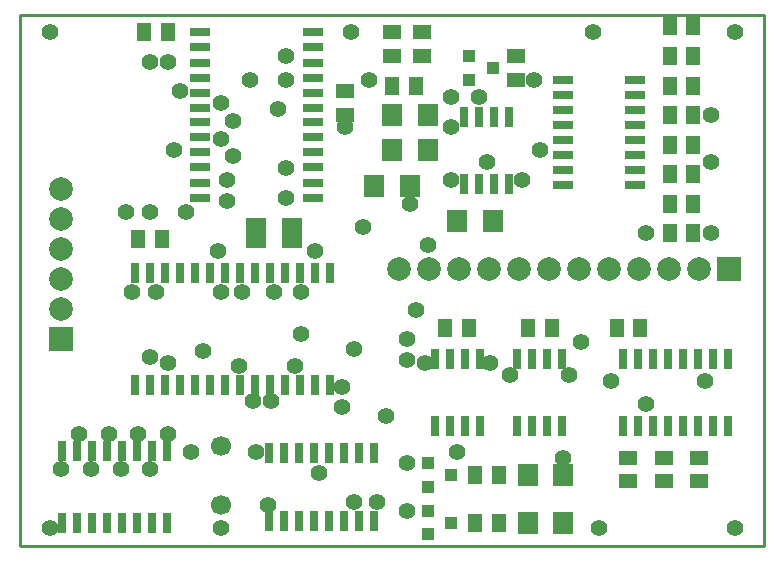
<source format=gts>
G04 Layer_Color=8388736*
%FSLAX42Y42*%
%MOMM*%
G71*
G01*
G75*
%ADD21C,0.25*%
%ADD27R,1.20X1.60*%
%ADD28R,1.80X2.60*%
%ADD29R,0.80X1.70*%
%ADD30R,1.60X1.20*%
%ADD31R,1.70X1.90*%
%ADD32R,1.00X1.00*%
%ADD33R,1.70X0.80*%
%ADD34R,2.00X2.00*%
%ADD35C,2.00*%
%ADD36C,1.70*%
%ADD37R,2.00X2.00*%
%ADD38C,1.40*%
D21*
X0Y0D02*
Y4500D01*
X6300D01*
Y0D02*
Y4500D01*
X0Y0D02*
X6300D01*
D27*
X1000Y2600D02*
D03*
X1200D02*
D03*
X5500Y4400D02*
D03*
X5700D02*
D03*
X5500Y4150D02*
D03*
X5700D02*
D03*
X5500Y3900D02*
D03*
X5700D02*
D03*
X5500Y3650D02*
D03*
X5700D02*
D03*
X5500Y2650D02*
D03*
X5700D02*
D03*
X5500Y2900D02*
D03*
X5700D02*
D03*
X5500Y3400D02*
D03*
X5700D02*
D03*
X5500Y3150D02*
D03*
X5700D02*
D03*
X4050Y200D02*
D03*
X3850D02*
D03*
X4050Y600D02*
D03*
X3850D02*
D03*
X3600Y1850D02*
D03*
X3800D02*
D03*
X4300D02*
D03*
X4500D02*
D03*
X5250D02*
D03*
X5050D02*
D03*
X3350Y3900D02*
D03*
X3150D02*
D03*
X1050Y4350D02*
D03*
X1250D02*
D03*
D28*
X2300Y2650D02*
D03*
X2000D02*
D03*
D29*
X2106Y214D02*
D03*
Y786D02*
D03*
X2994Y214D02*
D03*
X2867D02*
D03*
X2741D02*
D03*
X2614D02*
D03*
X2486D02*
D03*
X2359D02*
D03*
X2233D02*
D03*
Y786D02*
D03*
X2359D02*
D03*
X2486D02*
D03*
X2614D02*
D03*
X2741D02*
D03*
X2867D02*
D03*
X2994D02*
D03*
X974Y1364D02*
D03*
X1102D02*
D03*
X1228D02*
D03*
X1356D02*
D03*
X1482D02*
D03*
X1609D02*
D03*
X1736D02*
D03*
X2625D02*
D03*
X2499D02*
D03*
X2372D02*
D03*
X2244D02*
D03*
X2117D02*
D03*
X1991D02*
D03*
X1864D02*
D03*
Y2316D02*
D03*
X1991D02*
D03*
X2117D02*
D03*
X2244D02*
D03*
X2372D02*
D03*
X2499D02*
D03*
X2625D02*
D03*
X1736D02*
D03*
X1609D02*
D03*
X1482D02*
D03*
X1356D02*
D03*
X1228D02*
D03*
X1102D02*
D03*
X974D02*
D03*
X3510Y1586D02*
D03*
X3637D02*
D03*
X3763D02*
D03*
X3890D02*
D03*
Y1014D02*
D03*
X3763D02*
D03*
X3637D02*
D03*
X3510D02*
D03*
X4210Y1586D02*
D03*
X4337D02*
D03*
X4463D02*
D03*
X4590D02*
D03*
Y1014D02*
D03*
X4463D02*
D03*
X4337D02*
D03*
X4210D02*
D03*
X5994Y1586D02*
D03*
Y1014D02*
D03*
X5106Y1586D02*
D03*
X5233D02*
D03*
X5360D02*
D03*
X5487D02*
D03*
X5613D02*
D03*
X5740D02*
D03*
X5867D02*
D03*
Y1014D02*
D03*
X5740D02*
D03*
X5613D02*
D03*
X5487D02*
D03*
X5360D02*
D03*
X5233D02*
D03*
X5106D02*
D03*
X4140Y3636D02*
D03*
X4013D02*
D03*
X3887D02*
D03*
X3760D02*
D03*
Y3064D02*
D03*
X3887D02*
D03*
X4013D02*
D03*
X4140D02*
D03*
X1244Y805D02*
D03*
Y195D02*
D03*
X356Y805D02*
D03*
X482D02*
D03*
X609D02*
D03*
X736D02*
D03*
X864D02*
D03*
X990D02*
D03*
X1118D02*
D03*
Y195D02*
D03*
X990D02*
D03*
X864D02*
D03*
X736D02*
D03*
X609D02*
D03*
X482D02*
D03*
X356D02*
D03*
D30*
X4200Y3950D02*
D03*
Y4150D02*
D03*
X5150Y750D02*
D03*
Y550D02*
D03*
X5450Y750D02*
D03*
Y550D02*
D03*
X5750D02*
D03*
Y750D02*
D03*
X3400Y4150D02*
D03*
Y4350D02*
D03*
X3150D02*
D03*
Y4150D02*
D03*
X2750Y3850D02*
D03*
Y3650D02*
D03*
D31*
X4300Y200D02*
D03*
X4600D02*
D03*
X4300Y600D02*
D03*
X4600D02*
D03*
X3000Y3050D02*
D03*
X3300D02*
D03*
X3150Y3350D02*
D03*
X3450D02*
D03*
X3150Y3650D02*
D03*
X3450D02*
D03*
X4000Y2750D02*
D03*
X3700D02*
D03*
D32*
X3650Y600D02*
D03*
X3450Y500D02*
D03*
Y700D02*
D03*
X3650Y200D02*
D03*
X3450Y100D02*
D03*
Y300D02*
D03*
X4000Y4050D02*
D03*
X3800Y3950D02*
D03*
Y4150D02*
D03*
D33*
X5205Y3056D02*
D03*
Y3183D02*
D03*
Y3310D02*
D03*
Y3437D02*
D03*
Y3563D02*
D03*
Y3690D02*
D03*
Y3817D02*
D03*
X4595D02*
D03*
Y3690D02*
D03*
Y3563D02*
D03*
Y3437D02*
D03*
Y3310D02*
D03*
Y3183D02*
D03*
Y3056D02*
D03*
X5205Y3944D02*
D03*
X4595D02*
D03*
X1524Y2951D02*
D03*
Y3078D02*
D03*
Y3206D02*
D03*
Y4094D02*
D03*
Y3967D02*
D03*
Y3840D02*
D03*
Y3713D02*
D03*
Y3587D02*
D03*
Y3460D02*
D03*
Y3333D02*
D03*
X2476Y3840D02*
D03*
Y3967D02*
D03*
Y4094D02*
D03*
Y4222D02*
D03*
Y4349D02*
D03*
Y3713D02*
D03*
Y3587D02*
D03*
Y3460D02*
D03*
Y3333D02*
D03*
Y3206D02*
D03*
Y3078D02*
D03*
Y2951D02*
D03*
X1524Y4349D02*
D03*
Y4222D02*
D03*
D34*
X350Y1750D02*
D03*
D35*
Y2004D02*
D03*
Y2258D02*
D03*
Y2512D02*
D03*
Y2766D02*
D03*
Y3020D02*
D03*
X5746Y2350D02*
D03*
X5492D02*
D03*
X5238D02*
D03*
X4984D02*
D03*
X4730D02*
D03*
X3968D02*
D03*
X4222D02*
D03*
X4476D02*
D03*
X3206D02*
D03*
X3460D02*
D03*
X3714D02*
D03*
D36*
X1700Y850D02*
D03*
Y350D02*
D03*
D37*
X6000Y2350D02*
D03*
D38*
X3100Y1100D02*
D03*
X2375Y1800D02*
D03*
X2325Y1525D02*
D03*
X2375Y2150D02*
D03*
X900Y2825D02*
D03*
X2825Y1673D02*
D03*
X3275Y1750D02*
D03*
X5800Y1400D02*
D03*
X1300Y3350D02*
D03*
X2900Y2700D02*
D03*
X3350Y2000D02*
D03*
X4900Y150D02*
D03*
X1700D02*
D03*
X4850Y4350D02*
D03*
X2800D02*
D03*
X250Y150D02*
D03*
Y4350D02*
D03*
X6050Y150D02*
D03*
Y4350D02*
D03*
X2250Y3200D02*
D03*
X1100Y2825D02*
D03*
X1400Y2825D02*
D03*
X1675Y2500D02*
D03*
X2500D02*
D03*
X3450Y2550D02*
D03*
X2528Y621D02*
D03*
X2725Y1175D02*
D03*
Y1350D02*
D03*
X950Y2150D02*
D03*
X1150D02*
D03*
X4650Y1450D02*
D03*
X3700Y800D02*
D03*
X3300Y2900D02*
D03*
X1250Y1550D02*
D03*
X1100Y1600D02*
D03*
X1700Y2150D02*
D03*
X1875D02*
D03*
X2950Y3950D02*
D03*
X1950D02*
D03*
X1850Y1525D02*
D03*
X2825Y375D02*
D03*
X3025D02*
D03*
X3275Y700D02*
D03*
Y300D02*
D03*
Y1575D02*
D03*
X3975Y1550D02*
D03*
X3425D02*
D03*
X2000Y800D02*
D03*
X2100Y350D02*
D03*
X2125Y1225D02*
D03*
X1975D02*
D03*
X4150Y1450D02*
D03*
X5000Y1400D02*
D03*
X5300Y1200D02*
D03*
X4600Y750D02*
D03*
X1750Y3100D02*
D03*
Y2925D02*
D03*
X1250Y4100D02*
D03*
X2250Y3950D02*
D03*
X2250Y4150D02*
D03*
X1800Y3300D02*
D03*
X1700Y3450D02*
D03*
X1800Y3600D02*
D03*
X1700Y3750D02*
D03*
X2185Y3700D02*
D03*
X2750Y3550D02*
D03*
X4350Y3950D02*
D03*
X4250Y3100D02*
D03*
X3650D02*
D03*
Y3550D02*
D03*
X3950Y3250D02*
D03*
X3887Y3800D02*
D03*
X5850Y3650D02*
D03*
Y2650D02*
D03*
X4400Y3350D02*
D03*
X5850Y3250D02*
D03*
X5300Y2650D02*
D03*
X1350Y3850D02*
D03*
X1100Y4100D02*
D03*
X2151Y2151D02*
D03*
X4750Y1725D02*
D03*
X3650Y3800D02*
D03*
X1100Y650D02*
D03*
X850D02*
D03*
X600D02*
D03*
X350D02*
D03*
X1000Y950D02*
D03*
X750D02*
D03*
X500D02*
D03*
X1250D02*
D03*
X2250Y2950D02*
D03*
X1450Y800D02*
D03*
X1550Y1650D02*
D03*
M02*

</source>
